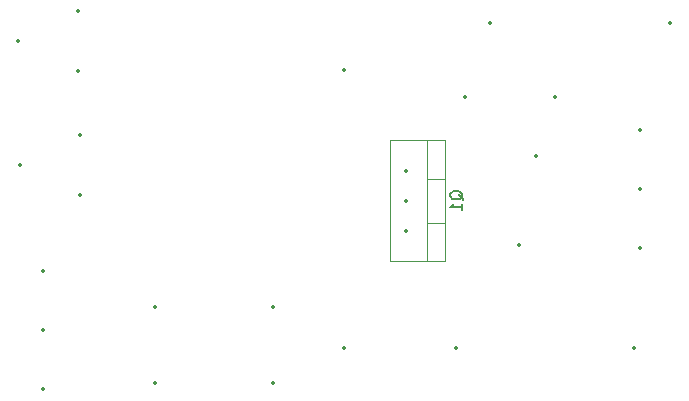
<source format=gbo>
%TF.GenerationSoftware,KiCad,Pcbnew,8.0.5*%
%TF.CreationDate,2024-11-11T20:50:24-03:00*%
%TF.ProjectId,Dimmer  PHD Equipamentos,44696d6d-6572-4202-9050-484420457175,rev?*%
%TF.SameCoordinates,Original*%
%TF.FileFunction,Legend,Bot*%
%TF.FilePolarity,Positive*%
%FSLAX46Y46*%
G04 Gerber Fmt 4.6, Leading zero omitted, Abs format (unit mm)*
G04 Created by KiCad (PCBNEW 8.0.5) date 2024-11-11 20:50:24*
%MOMM*%
%LPD*%
G01*
G04 APERTURE LIST*
%ADD10C,0.150000*%
%ADD11C,0.120000*%
%ADD12C,0.350000*%
G04 APERTURE END LIST*
D10*
X159070057Y-98944761D02*
X159022438Y-98849523D01*
X159022438Y-98849523D02*
X158927200Y-98754285D01*
X158927200Y-98754285D02*
X158784342Y-98611428D01*
X158784342Y-98611428D02*
X158736723Y-98516190D01*
X158736723Y-98516190D02*
X158736723Y-98420952D01*
X158974819Y-98468571D02*
X158927200Y-98373333D01*
X158927200Y-98373333D02*
X158831961Y-98278095D01*
X158831961Y-98278095D02*
X158641485Y-98230476D01*
X158641485Y-98230476D02*
X158308152Y-98230476D01*
X158308152Y-98230476D02*
X158117676Y-98278095D01*
X158117676Y-98278095D02*
X158022438Y-98373333D01*
X158022438Y-98373333D02*
X157974819Y-98468571D01*
X157974819Y-98468571D02*
X157974819Y-98659047D01*
X157974819Y-98659047D02*
X158022438Y-98754285D01*
X158022438Y-98754285D02*
X158117676Y-98849523D01*
X158117676Y-98849523D02*
X158308152Y-98897142D01*
X158308152Y-98897142D02*
X158641485Y-98897142D01*
X158641485Y-98897142D02*
X158831961Y-98849523D01*
X158831961Y-98849523D02*
X158927200Y-98754285D01*
X158927200Y-98754285D02*
X158974819Y-98659047D01*
X158974819Y-98659047D02*
X158974819Y-98468571D01*
X158974819Y-99849523D02*
X158974819Y-99278095D01*
X158974819Y-99563809D02*
X157974819Y-99563809D01*
X157974819Y-99563809D02*
X158117676Y-99468571D01*
X158117676Y-99468571D02*
X158212914Y-99373333D01*
X158212914Y-99373333D02*
X158260533Y-99278095D01*
D11*
%TO.C,Q1*%
X152879000Y-93920000D02*
X152879000Y-104160000D01*
X152879000Y-93920000D02*
X157520000Y-93920000D01*
X152879000Y-104160000D02*
X157520000Y-104160000D01*
X156010000Y-93920000D02*
X156010000Y-104160000D01*
X156010000Y-97189000D02*
X157520000Y-97189000D01*
X156010000Y-100890000D02*
X157520000Y-100890000D01*
X157520000Y-93920000D02*
X157520000Y-104160000D01*
%TD*%
D12*
X133000000Y-108000000D03*
X143000000Y-108000000D03*
X161380000Y-84000000D03*
X176620000Y-84000000D03*
X163800000Y-102750000D03*
X165200000Y-95250000D03*
X126500000Y-83000000D03*
X121420000Y-85540000D03*
X126500000Y-88080000D03*
X174000000Y-93000000D03*
X174000000Y-98000000D03*
X174000000Y-103000000D03*
X126655000Y-93460000D03*
X121575000Y-96000000D03*
X126655000Y-98540000D03*
X149000000Y-111500000D03*
X133000000Y-114500000D03*
X143000000Y-114500000D03*
X158500000Y-111500000D03*
X173500000Y-111500000D03*
X123500000Y-105000000D03*
X123500000Y-110000000D03*
X123500000Y-115000000D03*
X159190000Y-90250000D03*
X166810000Y-90250000D03*
X149000000Y-88000000D03*
X154250000Y-101580000D03*
X154250000Y-99040000D03*
X154250000Y-96500000D03*
M02*

</source>
